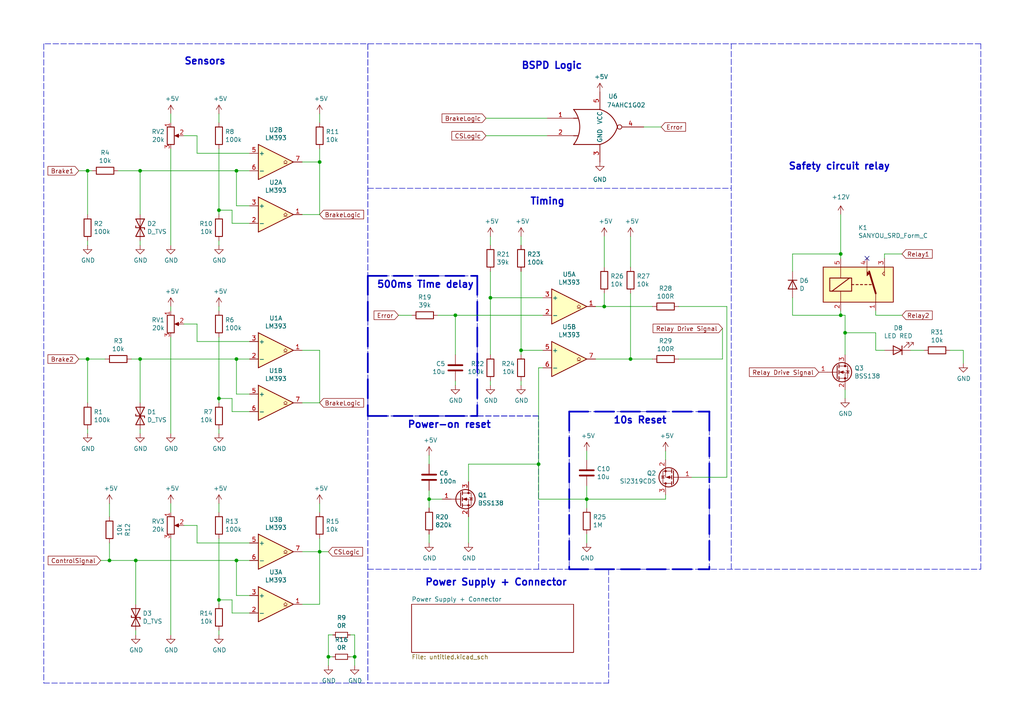
<source format=kicad_sch>
(kicad_sch (version 20231120) (generator "eeschema") (generator_version "8.0")
  (paper "A4")
  (title_block (title "BSPD") (date "2021.04.23") (rev "V3") (company "PUT Motorsport") (comment 1 "Jakub Drankiewicz"))
  (lib_symbols
    (symbol "74xGxx:74AHC1G02"
      (property "Reference" "U" (at -2.54 3.81 0))
      (property "Value" "74AHC1G02" (at 0 -3.81 0))
      (symbol "74AHC1G02_0_1"
        (arc (start -7.62 -5.08) (mid -5.838 0) (end -7.62 5.08) (stroke (width 0.254)))
        (arc (start 0 -5.08) (mid 3.1986 -3.2054) (end 5.08 0) (stroke (width 0.254)))
        (polyline (pts (xy -7.62 -2.54) (xy -6.35 -2.54)) (stroke (width 0.254)) (fill (type background)))
        (polyline (pts (xy -7.62 2.54) (xy -6.35 2.54)) (stroke (width 0.254)) (fill (type background)))
        (polyline (pts (xy 0 -5.08) (xy -7.62 -5.08)) (stroke (width 0.254)) (fill (type background)))
        (polyline (pts (xy 0 5.08) (xy -7.62 5.08)) (stroke (width 0.254)) (fill (type background)))
        (arc (start 5.08 0) (mid 3.2238 3.2304) (end 0 5.08) (stroke (width 0.254)))
      )
      (symbol "74AHC1G02_1_1"
        (pin input line (at -15.24 2.54 0) (length 7.62) (name "~") (number "1"))
        (pin input line (at -15.24 -2.54 0) (length 7.62) (name "~") (number "2"))
        (pin power_in line (at 0 -10.16 90) (length 5.08) (name "GND") (number "3"))
        (pin output inverted (at 12.7 0 180) (length 7.62) (name "~") (number "4"))
        (pin power_in line (at 0 10.16 270) (length 5.08) (name "VCC") (number "5"))
      )
    )
    (symbol "Comparator:LM393" (pin_names (offset 0.127))
      (property "Reference" "U" (at 3.81 3.81 0))
      (property "Value" "LM393" (at 6.35 -3.81 0))
      (symbol "LM393_1_1"
        (polyline (pts (xy -5.08 5.08) (xy 5.08 0) (xy -5.08 -5.08) (xy -5.08 5.08)) (stroke (width 0.254)) (fill (type background)))
        (polyline (pts (xy 3.302 -0.508) (xy 2.794 -0.508) (xy 3.302 0) (xy 2.794 0.508) (xy 2.286 0) (xy 2.794 -0.508) (xy 2.286 -0.508)) (stroke (width 0.127)))
        (pin open_collector line (at 7.62 0 180) (length 2.54) (name "~") (number "1"))
        (pin input line (at -7.62 -2.54 0) (length 2.54) (name "-") (number "2"))
        (pin input line (at -7.62 2.54 0) (length 2.54) (name "+") (number "3"))
      )
      (symbol "LM393_2_1"
        (polyline (pts (xy -5.08 5.08) (xy 5.08 0) (xy -5.08 -5.08) (xy -5.08 5.08)) (stroke (width 0.254)) (fill (type background)))
        (polyline (pts (xy 3.302 -0.508) (xy 2.794 -0.508) (xy 3.302 0) (xy 2.794 0.508) (xy 2.286 0) (xy 2.794 -0.508) (xy 2.286 -0.508)) (stroke (width 0.127)))
        (pin input line (at -7.62 2.54 0) (length 2.54) (name "+") (number "5"))
        (pin input line (at -7.62 -2.54 0) (length 2.54) (name "-") (number "6"))
        (pin open_collector line (at 7.62 0 180) (length 2.54) (name "~") (number "7"))
      )
      (symbol "LM393_3_1"
        (pin power_in line (at -2.54 -7.62 90) (length 3.81) (name "V-") (number "4"))
        (pin power_in line (at -2.54 7.62 270) (length 3.81) (name "V+") (number "8"))
      )
    )
    (symbol "Device:C" (pin_numbers hide) (pin_names (offset 0.254))
      (property "Reference" "C" (at 0.635 2.54 0))
      (property "Value" "C" (at 0.635 -2.54 0))
      (symbol "C_0_1"
        (polyline (pts (xy -2.032 -0.762) (xy 2.032 -0.762)) (stroke (width 0.508)))
        (polyline (pts (xy -2.032 0.762) (xy 2.032 0.762)) (stroke (width 0.508)))
      )
      (symbol "C_1_1"
        (pin passive line (at 0 3.81 270) (length 2.794) (name "~") (number "1"))
        (pin passive line (at 0 -3.81 90) (length 2.794) (name "~") (number "2"))
      )
    )
    (symbol "Device:D" (pin_numbers hide) (pin_names (offset 1.016) hide)
      (property "Reference" "D" (at 0 2.54 0))
      (property "Value" "D" (at 0 -2.54 0))
      (symbol "D_0_1"
        (polyline (pts (xy -1.27 1.27) (xy -1.27 -1.27)) (stroke (width 0.254)))
        (polyline (pts (xy 1.27 0) (xy -1.27 0)))
        (polyline (pts (xy 1.27 1.27) (xy 1.27 -1.27) (xy -1.27 0) (xy 1.27 1.27)) (stroke (width 0.254)))
      )
      (symbol "D_1_1"
        (pin passive line (at -3.81 0 0) (length 2.54) (name "K") (number "1"))
        (pin passive line (at 3.81 0 180) (length 2.54) (name "A") (number "2"))
      )
    )
    (symbol "Device:D_TVS" (pin_numbers hide) (pin_names (offset 1.016) hide)
      (property "Reference" "D" (at 0 2.54 0))
      (property "Value" "D_TVS" (at 0 -2.54 0))
      (symbol "D_TVS_0_1"
        (polyline (pts (xy 1.27 0) (xy -1.27 0)))
        (polyline (pts (xy 0.508 1.27) (xy 0 1.27) (xy 0 -1.27) (xy -0.508 -1.27)) (stroke (width 0.254)))
        (polyline (pts (xy -2.54 1.27) (xy -2.54 -1.27) (xy 2.54 1.27) (xy 2.54 -1.27) (xy -2.54 1.27)) (stroke (width 0.254)))
      )
      (symbol "D_TVS_1_1"
        (pin passive line (at -3.81 0 0) (length 2.54) (name "A1") (number "1"))
        (pin passive line (at 3.81 0 180) (length 2.54) (name "A2") (number "2"))
      )
    )
    (symbol "Device:LED" (pin_numbers hide) (pin_names (offset 1.016) hide)
      (property "Reference" "D" (at 0 2.54 0))
      (property "Value" "LED" (at 0 -2.54 0))
      (symbol "LED_0_1"
        (polyline (pts (xy -1.27 -1.27) (xy -1.27 1.27)) (stroke (width 0.254)))
        (polyline (pts (xy -1.27 0) (xy 1.27 0)))
        (polyline (pts (xy 1.27 -1.27) (xy 1.27 1.27) (xy -1.27 0) (xy 1.27 -1.27)) (stroke (width 0.254)))
        (polyline (pts (xy -3.048 -0.762) (xy -4.572 -2.286) (xy -3.81 -2.286) (xy -4.572 -2.286) (xy -4.572 -1.524)))
        (polyline (pts (xy -1.778 -0.762) (xy -3.302 -2.286) (xy -2.54 -2.286) (xy -3.302 -2.286) (xy -3.302 -1.524)))
      )
      (symbol "LED_1_1"
        (pin passive line (at -3.81 0 0) (length 2.54) (name "K") (number "1"))
        (pin passive line (at 3.81 0 180) (length 2.54) (name "A") (number "2"))
      )
    )
    (symbol "Device:R" (pin_numbers hide) (pin_names (offset 0))
      (property "Reference" "R" (at 2.032 0 90))
      (property "Value" "R" (at 0 0 90))
      (symbol "R_0_1"
        (rectangle (start -1.016 -2.54) (end 1.016 2.54) (stroke (width 0.254)))
      )
      (symbol "R_1_1"
        (pin passive line (at 0 3.81 270) (length 1.27) (name "~") (number "1"))
        (pin passive line (at 0 -3.81 90) (length 1.27) (name "~") (number "2"))
      )
    )
    (symbol "Device:R_POT" (pin_names (offset 1.016) hide)
      (property "Reference" "RV" (at -4.445 0 90))
      (property "Value" "Device_R_POT" (at -2.54 0 90))
      (symbol "R_POT_0_1"
        (polyline (pts (xy 2.54 0) (xy 1.524 0)))
        (polyline (pts (xy 1.143 0) (xy 2.286 0.508) (xy 2.286 -0.508) (xy 1.143 0)) (fill (type outline)))
        (rectangle (start 1.016 2.54) (end -1.016 -2.54) (stroke (width 0.254)))
      )
      (symbol "R_POT_1_1"
        (pin passive line (at 0 3.81 270) (length 1.27) (name "1") (number "1"))
        (pin passive line (at 3.81 0 180) (length 1.27) (name "2") (number "2"))
        (pin passive line (at 0 -3.81 90) (length 1.27) (name "3") (number "3"))
      )
    )
    (symbol "Device:R_Small" (pin_numbers hide) (pin_names (offset 0.254) hide)
      (property "Reference" "R" (at 0.762 0.508 0))
      (property "Value" "R_Small" (at 0.762 -1.016 0))
      (symbol "R_Small_0_1"
        (rectangle (start -0.762 1.778) (end 0.762 -1.778) (stroke (width 0.2032)))
      )
      (symbol "R_Small_1_1"
        (pin passive line (at 0 2.54 270) (length 0.762) (name "~") (number "1"))
        (pin passive line (at 0 -2.54 90) (length 0.762) (name "~") (number "2"))
      )
    )
    (symbol "Relay:SANYOU_SRD_Form_C"
      (property "Reference" "K" (at 11.43 3.81 0))
      (property "Value" "SANYOU_SRD_Form_C" (at 11.43 1.27 0))
      (symbol "SANYOU_SRD_Form_C_0_0"
        (polyline (pts (xy 7.62 5.08) (xy 7.62 2.54) (xy 6.985 3.175) (xy 7.62 3.81)))
      )
      (symbol "SANYOU_SRD_Form_C_0_1"
        (rectangle (start -10.16 5.08) (end 10.16 -5.08) (stroke (width 0.254)) (fill (type background)))
        (rectangle (start -8.255 1.905) (end -1.905 -1.905) (stroke (width 0.254)))
        (polyline (pts (xy -7.62 -1.905) (xy -2.54 1.905)) (stroke (width 0.254)))
        (polyline (pts (xy -5.08 -5.08) (xy -5.08 -1.905)))
        (polyline (pts (xy -5.08 5.08) (xy -5.08 1.905)))
        (polyline (pts (xy -1.905 0) (xy -1.27 0)) (stroke (width 0.254)))
        (polyline (pts (xy -0.635 0) (xy 0 0)) (stroke (width 0.254)))
        (polyline (pts (xy 0.635 0) (xy 1.27 0)) (stroke (width 0.254)))
        (polyline (pts (xy 1.905 0) (xy 2.54 0)) (stroke (width 0.254)))
        (polyline (pts (xy 3.175 0) (xy 3.81 0)) (stroke (width 0.254)))
        (polyline (pts (xy 5.08 -2.54) (xy 3.175 3.81)) (stroke (width 0.508)))
        (polyline (pts (xy 5.08 -2.54) (xy 5.08 -5.08)))
      )
      (symbol "SANYOU_SRD_Form_C_1_1"
        (polyline (pts (xy 2.54 3.81) (xy 3.175 3.175) (xy 2.54 2.54) (xy 2.54 5.08)) (fill (type outline)))
        (pin passive line (at 5.08 -7.62 90) (length 2.54) (name "~") (number "1"))
        (pin passive line (at -5.08 -7.62 90) (length 2.54) (name "~") (number "2"))
        (pin passive line (at 7.62 7.62 270) (length 2.54) (name "~") (number "3"))
        (pin passive line (at 2.54 7.62 270) (length 2.54) (name "~") (number "4"))
        (pin passive line (at -5.08 7.62 270) (length 2.54) (name "~") (number "5"))
      )
    )
    (symbol "Transistor_FET:BSS138" (pin_names hide)
      (property "Reference" "Q" (at 5.08 1.905 0))
      (property "Value" "BSS138" (at 5.08 0 0))
      (symbol "BSS138_0_1"
        (polyline (pts (xy 0.254 0) (xy -2.54 0)))
        (polyline (pts (xy 0.254 1.905) (xy 0.254 -1.905)) (stroke (width 0.254)))
        (polyline (pts (xy 0.762 -1.27) (xy 0.762 -2.286)) (stroke (width 0.254)))
        (polyline (pts (xy 0.762 0.508) (xy 0.762 -0.508)) (stroke (width 0.254)))
        (polyline (pts (xy 0.762 2.286) (xy 0.762 1.27)) (stroke (width 0.254)))
        (polyline (pts (xy 2.54 2.54) (xy 2.54 1.778)))
        (polyline (pts (xy 2.54 -2.54) (xy 2.54 0) (xy 0.762 0)))
        (polyline (pts (xy 0.762 -1.778) (xy 3.302 -1.778) (xy 3.302 1.778) (xy 0.762 1.778)))
        (polyline (pts (xy 1.016 0) (xy 2.032 0.381) (xy 2.032 -0.381) (xy 1.016 0)) (fill (type outline)))
        (polyline (pts (xy 2.794 0.508) (xy 2.921 0.381) (xy 3.683 0.381) (xy 3.81 0.254)))
        (polyline (pts (xy 3.302 0.381) (xy 2.921 -0.254) (xy 3.683 -0.254) (xy 3.302 0.381)))
        (circle (center 1.651 0) (radius 2.794) (stroke (width 0.254)))
        (circle (center 2.54 -1.778) (radius 0.254) (fill (type outline)))
        (circle (center 2.54 1.778) (radius 0.254) (fill (type outline)))
      )
      (symbol "BSS138_1_1"
        (pin input line (at -5.08 0 0) (length 2.54) (name "G") (number "1"))
        (pin passive line (at 2.54 -5.08 90) (length 2.54) (name "S") (number "2"))
        (pin passive line (at 2.54 5.08 270) (length 2.54) (name "D") (number "3"))
      )
    )
    (symbol "Transistor_FET:Si2319CDS" (pin_names hide)
      (property "Reference" "Q" (at 5.08 1.905 0))
      (property "Value" "Si2319CDS" (at 5.08 0 0))
      (symbol "Si2319CDS_0_1"
        (polyline (pts (xy 0.254 0) (xy -2.54 0)))
        (polyline (pts (xy 0.254 1.905) (xy 0.254 -1.905)) (stroke (width 0.254)))
        (polyline (pts (xy 0.762 -1.27) (xy 0.762 -2.286)) (stroke (width 0.254)))
        (polyline (pts (xy 0.762 0.508) (xy 0.762 -0.508)) (stroke (width 0.254)))
        (polyline (pts (xy 0.762 2.286) (xy 0.762 1.27)) (stroke (width 0.254)))
        (polyline (pts (xy 2.54 2.54) (xy 2.54 1.778)))
        (polyline (pts (xy 2.54 -2.54) (xy 2.54 0) (xy 0.762 0)))
        (polyline (pts (xy 0.762 1.778) (xy 3.302 1.778) (xy 3.302 -1.778) (xy 0.762 -1.778)))
        (polyline (pts (xy 2.286 0) (xy 1.27 0.381) (xy 1.27 -0.381) (xy 2.286 0)) (fill (type outline)))
        (polyline (pts (xy 2.794 -0.508) (xy 2.921 -0.381) (xy 3.683 -0.381) (xy 3.81 -0.254)))
        (polyline (pts (xy 3.302 -0.381) (xy 2.921 0.254) (xy 3.683 0.254) (xy 3.302 -0.381)))
        (circle (center 1.651 0) (radius 2.794) (stroke (width 0.254)))
        (circle (center 2.54 -1.778) (radius 0.254) (fill (type outline)))
        (circle (center 2.54 1.778) (radius 0.254) (fill (type outline)))
      )
      (symbol "Si2319CDS_1_1"
        (pin input line (at -5.08 0 0) (length 2.54) (name "G") (number "1"))
        (pin passive line (at 2.54 -5.08 90) (length 2.54) (name "S") (number "2"))
        (pin passive line (at 2.54 5.08 270) (length 2.54) (name "D") (number "3"))
      )
    )
    (symbol "power:+12V" (power) (pin_numbers hide) (pin_names (offset 0) hide)
      (property "Value" "+12V" (at 0 3.556 0))
      (symbol "+12V_0_1"
        (polyline (pts (xy -0.762 1.27) (xy 0 2.54)))
        (polyline (pts (xy 0 0) (xy 0 2.54)))
        (polyline (pts (xy 0 2.54) (xy 0.762 1.27)))
      )
      (symbol "+12V_1_1"
        (pin power_in line (at 0 0 90) (length 0) (name "~") (number "1"))
      )
    )
    (symbol "power:+5V" (power) (pin_names (offset 0))
      (property "Value" "+5V" (at 0 3.556 0))
      (symbol "+5V_0_1"
        (polyline (pts (xy -0.762 1.27) (xy 0 2.54)))
        (polyline (pts (xy 0 0) (xy 0 2.54)))
        (polyline (pts (xy 0 2.54) (xy 0.762 1.27)))
      )
      (symbol "+5V_1_1"
        (pin power_in line (at 0 0 90) (length 0) hide (name "+5V") (number "1"))
      )
    )
    (symbol "power:GND" (power) (pin_names (offset 0))
      (property "Value" "GND" (at 0 -3.81 0))
      (symbol "GND_0_1"
        (polyline (pts (xy 0 0) (xy 0 -1.27) (xy 1.27 -1.27) (xy 0 -2.54) (xy -1.27 -1.27) (xy 0 -1.27)))
      )
      (symbol "GND_1_1"
        (pin power_in line (at 0 0 270) (length 0) hide (name "GND") (number "1"))
      )
    )
  )
  (junction (at 170.18 144.78))
  (junction (at 243.84 91.44))
  (junction (at 68.58 104.14))
  (junction (at 142.24 86.36))
  (junction (at 25.4 104.14))
  (junction (at 102.87 190.5))
  (junction (at 124.46 144.78))
  (junction (at 243.84 73.66))
  (junction (at 40.64 104.14))
  (junction (at 40.64 49.53))
  (junction (at 25.4 49.53))
  (junction (at 156.21 134.62))
  (junction (at 92.71 160.02))
  (junction (at 39.37 162.56))
  (junction (at 92.71 46.99))
  (junction (at 63.5 115.57))
  (junction (at 95.25 190.5))
  (junction (at 68.58 49.53))
  (junction (at 245.11 96.52))
  (junction (at 83.82 -25.4))
  (junction (at 182.88 104.14))
  (junction (at 83.82 -7.62))
  (junction (at 175.26 88.9))
  (junction (at 132.08 91.44))
  (junction (at 151.13 101.6))
  (junction (at 68.58 162.56))
  (junction (at 63.5 173.99))
  (junction (at 63.5 60.96))
  (junction (at 31.75 162.56))
  (no_connect (at 251.46 74.93))
  (wire (pts (xy 57.15 93.98) (xy 57.15 99.06)))
  (wire (pts (xy 95.25 160.02) (xy 92.71 160.02)))
  (wire (pts (xy 254 96.52) (xy 245.11 96.52)))
  (wire (pts (xy 83.82 -25.4) (xy 74.93 -25.4)))
  (wire (pts (xy 245.11 91.44) (xy 243.84 91.44)))
  (wire (pts (xy 67.31 64.77) (xy 67.31 60.96)))
  (wire (pts (xy 170.18 130.81) (xy 170.18 133.35)))
  (wire (pts (xy 151.13 101.6) (xy 157.48 101.6)))
  (wire (pts (xy 25.4 49.53) (xy 25.4 62.23)))
  (wire (pts (xy 151.13 101.6) (xy 151.13 102.87)))
  (wire (pts (xy 40.64 62.23) (xy 40.64 49.53)))
  (wire (pts (xy 156.21 106.68) (xy 156.21 134.62)))
  (wire (pts (xy 102.87 184.15) (xy 102.87 190.5)))
  (wire (pts (xy 140.97 34.29) (xy 158.75 34.29)))
  (wire (pts (xy 170.18 144.78) (xy 170.18 140.97)))
  (polyline (pts (xy 284.48 165.1) (xy 284.48 12.7)) (stroke (width 0) (type dash)))
  (wire (pts (xy 25.4 104.14) (xy 30.48 104.14)))
  (wire (pts (xy 68.58 104.14) (xy 72.39 104.14)))
  (polyline (pts (xy 165.1 119.38) (xy 165.1 165.1)) (stroke (width 0) (type dash)))
  (wire (pts (xy 142.24 68.58) (xy 142.24 71.12)))
  (wire (pts (xy 34.29 49.53) (xy 40.64 49.53)))
  (polyline (pts (xy 205.74 119.38) (xy 205.74 165.1)) (stroke (width 0.5) (type dash)))
  (wire (pts (xy 87.63 160.02) (xy 92.71 160.02)))
  (wire (pts (xy 92.71 175.26) (xy 92.71 160.02)))
  (wire (pts (xy 135.89 134.62) (xy 156.21 134.62)))
  (wire (pts (xy 92.71 160.02) (xy 92.71 156.21)))
  (wire (pts (xy 49.53 156.21) (xy 49.53 184.15)))
  (wire (pts (xy 172.72 104.14) (xy 182.88 104.14)))
  (wire (pts (xy 72.39 59.69) (xy 68.58 59.69)))
  (wire (pts (xy 63.5 60.96) (xy 63.5 62.23)))
  (wire (pts (xy 68.58 104.14) (xy 68.58 114.3)))
  (polyline (pts (xy 205.74 119.38) (xy 165.1 119.38)) (stroke (width 0) (type dash)))
  (wire (pts (xy 72.39 114.3) (xy 68.58 114.3)))
  (wire (pts (xy 142.24 86.36) (xy 157.48 86.36)))
  (wire (pts (xy 229.87 78.74) (xy 229.87 73.66)))
  (wire (pts (xy 254 91.44) (xy 254 90.17)))
  (wire (pts (xy 256.54 73.66) (xy 261.62 73.66)))
  (wire (pts (xy 63.5 43.18) (xy 63.5 60.96)))
  (wire (pts (xy 92.71 33.02) (xy 92.71 35.56)))
  (polyline (pts (xy 205.74 165.1) (xy 205.74 119.38)) (stroke (width 0) (type dash)))
  (wire (pts (xy 124.46 134.62) (xy 124.46 132.08)))
  (wire (pts (xy 245.11 102.87) (xy 245.11 96.52)))
  (wire (pts (xy 175.26 88.9) (xy 175.26 85.09)))
  (wire (pts (xy 254 101.6) (xy 254 96.52)))
  (wire (pts (xy 25.4 49.53) (xy 22.86 49.53)))
  (wire (pts (xy 87.63 175.26) (xy 92.71 175.26)))
  (wire (pts (xy 172.72 88.9) (xy 175.26 88.9)))
  (wire (pts (xy 132.08 91.44) (xy 157.48 91.44)))
  (wire (pts (xy 193.04 133.35) (xy 193.04 130.81)))
  (wire (pts (xy 83.82 -7.62) (xy 83.82 -8.89)))
  (wire (pts (xy 67.31 115.57) (xy 63.5 115.57)))
  (polyline (pts (xy 165.1 165.1) (xy 205.74 165.1)) (stroke (width 0.5) (type dash)))
  (wire (pts (xy 175.26 88.9) (xy 189.23 88.9)))
  (wire (pts (xy 186.69 36.83) (xy 191.77 36.83)))
  (polyline (pts (xy 106.68 165.1) (xy 176.53 165.1)) (stroke (width 0) (type dash)))
  (wire (pts (xy 196.85 88.9) (xy 210.82 88.9)))
  (wire (pts (xy 39.37 162.56) (xy 68.58 162.56)))
  (wire (pts (xy 39.37 175.26) (xy 39.37 162.56)))
  (wire (pts (xy 68.58 162.56) (xy 68.58 172.72)))
  (wire (pts (xy 279.4 101.6) (xy 275.59 101.6)))
  (wire (pts (xy 25.4 125.73) (xy 25.4 124.46)))
  (wire (pts (xy 38.1 104.14) (xy 40.64 104.14)))
  (wire (pts (xy 49.53 88.9) (xy 49.53 90.17)))
  (wire (pts (xy 40.64 116.84) (xy 40.64 104.14)))
  (wire (pts (xy 87.63 62.23) (xy 92.71 62.23)))
  (wire (pts (xy 72.39 177.8) (xy 67.31 177.8)))
  (wire (pts (xy 72.39 172.72) (xy 68.58 172.72)))
  (wire (pts (xy 92.71 146.05) (xy 92.71 148.59)))
  (wire (pts (xy 182.88 104.14) (xy 189.23 104.14)))
  (wire (pts (xy 53.34 152.4) (xy 57.15 152.4)))
  (wire (pts (xy 124.46 157.48) (xy 124.46 154.94)))
  (wire (pts (xy 95.25 184.15) (xy 95.25 190.5)))
  (wire (pts (xy 151.13 71.12) (xy 151.13 68.58)))
  (wire (pts (xy 127 91.44) (xy 132.08 91.44)))
  (wire (pts (xy 29.21 162.56) (xy 31.75 162.56)))
  (wire (pts (xy 182.88 85.09) (xy 182.88 104.14)))
  (wire (pts (xy 142.24 110.49) (xy 142.24 111.76)))
  (wire (pts (xy 40.64 71.12) (xy 40.64 69.85)))
  (wire (pts (xy 92.71 46.99) (xy 92.71 43.18)))
  (wire (pts (xy 49.53 146.05) (xy 49.53 148.59)))
  (wire (pts (xy 40.64 49.53) (xy 68.58 49.53)))
  (wire (pts (xy 124.46 147.32) (xy 124.46 144.78)))
  (wire (pts (xy 132.08 111.76) (xy 132.08 110.49)))
  (wire (pts (xy 67.31 119.38) (xy 67.31 115.57)))
  (wire (pts (xy 256.54 73.66) (xy 256.54 74.93)))
  (wire (pts (xy 193.04 143.51) (xy 193.04 144.78)))
  (wire (pts (xy 229.87 86.36) (xy 229.87 91.44)))
  (wire (pts (xy 63.5 97.79) (xy 63.5 115.57)))
  (wire (pts (xy 245.11 115.57) (xy 245.11 113.03)))
  (polyline (pts (xy 156.21 120.65) (xy 106.68 120.65)) (stroke (width 0) (type dash)))
  (wire (pts (xy 140.97 39.37) (xy 158.75 39.37)))
  (wire (pts (xy 193.04 144.78) (xy 170.18 144.78)))
  (wire (pts (xy 67.31 60.96) (xy 63.5 60.96)))
  (wire (pts (xy 151.13 78.74) (xy 151.13 101.6)))
  (wire (pts (xy 63.5 90.17) (xy 63.5 88.9)))
  (polyline (pts (xy 176.53 165.1) (xy 284.48 165.1)) (stroke (width 0) (type dash)))
  (polyline (pts (xy 165.1 119.38) (xy 165.1 165.1)) (stroke (width 0.5) (type dash)))
  (wire (pts (xy 25.4 104.14) (xy 22.86 104.14)))
  (polyline (pts (xy 106.68 120.65) (xy 138.43 120.65)) (stroke (width 0.5) (type dash)))
  (wire (pts (xy 267.97 101.6) (xy 264.16 101.6)))
  (wire (pts (xy 72.39 119.38) (xy 67.31 119.38)))
  (polyline (pts (xy 12.7 198.12) (xy 176.53 198.12)) (stroke (width 0) (type dash)))
  (polyline (pts (xy 176.53 165.1) (xy 176.53 198.12)) (stroke (width 0) (type dash)))
  (wire (pts (xy 142.24 78.74) (xy 142.24 86.36)))
  (wire (pts (xy 63.5 125.73) (xy 63.5 124.46)))
  (polyline (pts (xy 12.7 12.7) (xy 12.7 198.12)) (stroke (width 0) (type dash)))
  (polyline (pts (xy 138.43 80.01) (xy 138.43 120.65)) (stroke (width 0) (type dash)))
  (wire (pts (xy 57.15 44.45) (xy 72.39 44.45)))
  (wire (pts (xy 279.4 105.41) (xy 279.4 101.6)))
  (wire (pts (xy 124.46 144.78) (xy 124.46 142.24)))
  (wire (pts (xy 101.6 190.5) (xy 102.87 190.5)))
  (wire (pts (xy 245.11 96.52) (xy 245.11 91.44)))
  (wire (pts (xy 243.84 91.44) (xy 243.84 90.17)))
  (polyline (pts (xy 165.1 119.38) (xy 205.74 119.38)) (stroke (width 0.5) (type dash)))
  (wire (pts (xy 67.31 177.8) (xy 67.31 173.99)))
  (wire (pts (xy 83.82 -25.4) (xy 83.82 -24.13)))
  (wire (pts (xy 40.64 104.14) (xy 68.58 104.14)))
  (wire (pts (xy 170.18 147.32) (xy 170.18 144.78)))
  (wire (pts (xy 115.57 91.44) (xy 119.38 91.44)))
  (polyline (pts (xy 156.21 120.65) (xy 106.68 120.65)) (stroke (width 0) (type dash)))
  (wire (pts (xy 87.63 101.6) (xy 92.71 101.6)))
  (wire (pts (xy 254 101.6) (xy 256.54 101.6)))
  (wire (pts (xy 72.39 64.77) (xy 67.31 64.77)))
  (polyline (pts (xy 106.68 12.7) (xy 106.68 198.12)) (stroke (width 0) (type dash)))
  (polyline (pts (xy 106.68 80.01) (xy 138.43 80.01)) (stroke (width 0) (type dash)))
  (wire (pts (xy 170.18 157.48) (xy 170.18 154.94)))
  (wire (pts (xy 25.4 71.12) (xy 25.4 69.85)))
  (wire (pts (xy 63.5 115.57) (xy 63.5 116.84)))
  (wire (pts (xy 74.93 -25.4) (xy 74.93 -20.32)))
  (wire (pts (xy 74.93 -7.62) (xy 83.82 -7.62)))
  (wire (pts (xy 87.63 116.84) (xy 92.71 116.84)))
  (wire (pts (xy 96.52 190.5) (xy 95.25 190.5)))
  (polyline (pts (xy 212.09 165.1) (xy 212.09 12.7)) (stroke (width 0) (type dash)))
  (wire (pts (xy 68.58 162.56) (xy 72.39 162.56)))
  (wire (pts (xy 243.84 73.66) (xy 243.84 62.23)))
  (wire (pts (xy 25.4 49.53) (xy 26.67 49.53)))
  (wire (pts (xy 229.87 91.44) (xy 243.84 91.44)))
  (wire (pts (xy 83.82 -26.67) (xy 83.82 -25.4)))
  (wire (pts (xy 57.15 39.37) (xy 57.15 44.45)))
  (wire (pts (xy 135.89 157.48) (xy 135.89 149.86)))
  (wire (pts (xy 49.53 43.18) (xy 49.53 71.12)))
  (wire (pts (xy 151.13 111.76) (xy 151.13 110.49)))
  (wire (pts (xy 68.58 49.53) (xy 72.39 49.53)))
  (wire (pts (xy 101.6 184.15) (xy 102.87 184.15)))
  (wire (pts (xy 243.84 74.93) (xy 243.84 73.66)))
  (wire (pts (xy 39.37 184.15) (xy 39.37 182.88)))
  (wire (pts (xy 132.08 102.87) (xy 132.08 91.44)))
  (wire (pts (xy 209.55 95.25) (xy 209.55 104.14)))
  (wire (pts (xy 63.5 173.99) (xy 63.5 175.26)))
  (wire (pts (xy 53.34 39.37) (xy 57.15 39.37)))
  (wire (pts (xy 87.63 46.99) (xy 92.71 46.99)))
  (polyline (pts (xy 284.48 12.7) (xy 12.7 12.7)) (stroke (width 0) (type dash)))
  (wire (pts (xy 31.75 162.56) (xy 31.75 157.48)))
  (wire (pts (xy 63.5 71.12) (xy 63.5 69.85)))
  (wire (pts (xy 175.26 68.58) (xy 175.26 77.47)))
  (wire (pts (xy 135.89 139.7) (xy 135.89 134.62)))
  (polyline (pts (xy 138.43 80.01) (xy 138.43 120.65)) (stroke (width 0.5) (type dash)))
  (polyline (pts (xy 106.68 80.01) (xy 106.68 120.65)) (stroke (width 0.5) (type dash)))
  (wire (pts (xy 57.15 99.06) (xy 72.39 99.06)))
  (wire (pts (xy 83.82 -6.35) (xy 83.82 -7.62)))
  (polyline (pts (xy 106.68 12.7) (xy 106.68 198.12)) (stroke (width 0) (type dash)))
  (wire (pts (xy 102.87 190.5) (xy 102.87 193.04)))
  (wire (pts (xy 210.82 88.9) (xy 210.82 138.43)))
  (wire (pts (xy 63.5 35.56) (xy 63.5 33.02)))
  (wire (pts (xy 196.85 104.14) (xy 209.55 104.14)))
  (wire (pts (xy 182.88 77.47) (xy 182.88 68.58)))
  (wire (pts (xy 63.5 148.59) (xy 63.5 146.05)))
  (wire (pts (xy 57.15 157.48) (xy 72.39 157.48)))
  (wire (pts (xy 92.71 116.84) (xy 92.71 101.6)))
  (wire (pts (xy 40.64 125.73) (xy 40.64 124.46)))
  (wire (pts (xy 49.53 97.79) (xy 49.53 125.73)))
  (polyline (pts (xy 106.68 80.01) (xy 138.43 80.01)) (stroke (width 0.5) (type dash)))
  (wire (pts (xy 96.52 184.15) (xy 95.25 184.15)))
  (polyline (pts (xy 156.21 165.1) (xy 156.21 120.65)) (stroke (width 0) (type dash)))
  (wire (pts (xy 31.75 162.56) (xy 39.37 162.56)))
  (wire (pts (xy 31.75 146.05) (xy 31.75 149.86)))
  (wire (pts (xy 157.48 106.68) (xy 156.21 106.68)))
  (wire (pts (xy 57.15 152.4) (xy 57.15 157.48)))
  (wire (pts (xy 67.31 173.99) (xy 63.5 173.99)))
  (wire (pts (xy 254 91.44) (xy 261.62 91.44)))
  (polyline (pts (xy 106.68 54.61) (xy 212.09 54.61)) (stroke (width 0) (type dash)))
  (wire (pts (xy 156.21 144.78) (xy 170.18 144.78)))
  (wire (pts (xy 63.5 156.21) (xy 63.5 173.99)))
  (wire (pts (xy 74.93 -12.7) (xy 74.93 -7.62)))
  (wire (pts (xy 156.21 134.62) (xy 156.21 144.78)))
  (wire (pts (xy 95.25 190.5) (xy 95.25 193.04)))
  (wire (pts (xy 92.71 62.23) (xy 92.71 46.99)))
  (wire (pts (xy 63.5 184.15) (xy 63.5 182.88)))
  (wire (pts (xy 128.27 144.78) (xy 124.46 144.78)))
  (wire (pts (xy 53.34 93.98) (xy 57.15 93.98)))
  (wire (pts (xy 210.82 138.43) (xy 200.66 138.43)))
  (wire (pts (xy 49.53 33.02) (xy 49.53 35.56)))
  (wire (pts (xy 229.87 73.66) (xy 243.84 73.66)))
  (wire (pts (xy 142.24 86.36) (xy 142.24 102.87)))
  (wire (pts (xy 68.58 49.53) (xy 68.58 59.69)))
  (wire (pts (xy 25.4 104.14) (xy 25.4 116.84)))
  (text "Power-on reset" (at 118.11 124.46 0) (effects (font (size 2 2) (thickness 0.4) (bold yes)) (justify left bottom)))
  (text "Sensors" (at 53.34 19.05 0) (effects (font (size 2 2) (thickness 0.4) (bold yes)) (justify left bottom)))
  (text "Safety circuit relay" (at 228.6 49.53 0) (effects (font (size 2 2) (thickness 0.4) (bold yes)) (justify left bottom)))
  (text "Power Supply + Connector" (at 123.19 170.18 0) (effects (font (size 2 2) (thickness 0.4) (bold yes)) (justify left bottom)))
  (text "BSPD Logic" (at 151.13 20.32 0) (effects (font (size 2 2) (thickness 0.4) (bold yes)) (justify left bottom)))
  (text "10s Reset" (at 177.8 123.19 0) (effects (font (size 2 2) (thickness 0.4) (bold yes)) (justify left bottom)))
  (text "500ms Time delay" (at 109.22 83.82 0) (effects (font (size 2 2) (thickness 0.4) (bold yes)) (justify left bottom)))
  (text "Timing" (at 153.67 59.69 0) (effects (font (size 2 2) (thickness 0.4) (bold yes)) (justify left bottom)))
  (global_label "Brake2" (shape input) (at 22.86 104.14 180) (property "Intersheetrefs" "${INTERSHEET_REFS}" (effects (hide yes))))
  (global_label "BrakeLogic" (shape input) (at 140.97 34.29 180) (property "Intersheetrefs" "${INTERSHEET_REFS}" (effects (hide yes))))
  (global_label "Relay Drive Signal" (shape input) (at 209.55 95.25 180) (property "Intersheetrefs" "${INTERSHEET_REFS}" (effects (hide yes))))
  (global_label "Relay2" (shape input) (at 261.62 91.44 0) (property "Intersheetrefs" "${INTERSHEET_REFS}" (effects (hide yes))))
  (global_label "BrakeLogic" (shape input) (at 92.71 62.23 0) (property "Intersheetrefs" "${INTERSHEET_REFS}" (effects (hide yes))))
  (global_label "Brake1" (shape input) (at 22.86 49.53 180) (property "Intersheetrefs" "${INTERSHEET_REFS}" (effects (hide yes))))
  (global_label "Error" (shape input) (at 191.77 36.83 0) (property "Intersheetrefs" "${INTERSHEET_REFS}" (effects (hide yes))))
  (global_label "Relay1" (shape input) (at 261.62 73.66 0) (property "Intersheetrefs" "${INTERSHEET_REFS}" (effects (hide yes))))
  (global_label "CSLogic" (shape input) (at 95.25 160.02 0) (property "Intersheetrefs" "${INTERSHEET_REFS}" (effects (hide yes))))
  (global_label "Relay Drive Signal" (shape input) (at 237.49 107.95 180) (property "Intersheetrefs" "${INTERSHEET_REFS}" (effects (hide yes))))
  (global_label "Error" (shape input) (at 115.57 91.44 180) (property "Intersheetrefs" "${INTERSHEET_REFS}" (effects (hide yes))))
  (global_label "BrakeLogic" (shape input) (at 92.71 116.84 0) (property "Intersheetrefs" "${INTERSHEET_REFS}" (effects (hide yes))))
  (global_label "CSLogic" (shape input) (at 140.97 39.37 180) (property "Intersheetrefs" "${INTERSHEET_REFS}" (effects (hide yes))))
  (global_label "ControlSignal" (shape input) (at 29.21 162.56 180) (property "Intersheetrefs" "${INTERSHEET_REFS}" (effects (hide yes))))
  (symbol (lib_id "Device:LED") (at 260.35 101.6 180) (unit 1)
    (property "Reference" "D8" (at 260.5278 95.123 0))
    (property "Value" "LED RED" (at 260.5278 97.4344 0))
    (property "Footprint" "LED_SMD:LED_PLCC-2" (effects (hide yes)))
  )
  (symbol (lib_id "Device:R") (at 271.78 101.6 270) (unit 1)
    (property "Reference" "R31" (at 271.78 96.3422 90))
    (property "Value" "10k" (at 271.78 98.6536 90))
    (property "Footprint" "Resistor_SMD:R_1206_3216Metric" (effects (hide yes)))
  )
  (symbol (lib_id "power:GND") (at 279.4 105.41 0) (unit 1)
    (property "Reference" "#PWR0150" (effects (hide yes)))
    (property "Value" "GND" (at 279.527 109.8042 0))
  )
  (symbol (lib_id "Device:D") (at 229.87 82.55 270) (unit 1)
    (property "Reference" "D6" (at 231.8766 81.3816 90) (effects (justify left)))
    (property "Value" "D" (at 231.8766 83.693 90) (effects (justify left)))
    (property "Footprint" "Diode_SMD:D_SMB" (effects (hide yes)))
  )
  (symbol (lib_id "Comparator:LM393") (at 165.1 88.9 0) (unit 1)
    (property "Reference" "U5" (at 165.1 79.5782 0))
    (property "Value" "LM393" (at 165.1 81.8896 0))
    (property "Footprint" "Package_SO:SOIC-8_3.9x4.9mm_P1.27mm" (effects (hide yes)))
    (property "Datasheet" "http://www.ti.com/lit/ds/symlink/lm393-n.pdf" (effects (hide yes)))
  )
  (symbol (lib_id "Comparator:LM393") (at 165.1 104.14 0) (unit 2)
    (property "Reference" "U5" (at 165.1 94.8182 0))
    (property "Value" "LM393" (at 165.1 97.1296 0))
    (property "Footprint" "Package_SO:SOIC-8_3.9x4.9mm_P1.27mm" (effects (hide yes)))
    (property "Datasheet" "http://www.ti.com/lit/ds/symlink/lm393-n.pdf" (effects (hide yes)))
  )
  (symbol (lib_id "Device:R") (at 175.26 81.28 0) (unit 1)
    (property "Reference" "R26" (at 177.038 80.1116 0) (effects (justify left)))
    (property "Value" "10k" (at 177.038 82.423 0) (effects (justify left)))
    (property "Footprint" "Resistor_SMD:R_1206_3216Metric" (effects (hide yes)))
  )
  (symbol (lib_id "Device:R") (at 151.13 74.93 0) (unit 1)
    (property "Reference" "R23" (at 152.908 73.7616 0) (effects (justify left)))
    (property "Value" "100k" (at 152.908 76.073 0) (effects (justify left)))
    (property "Footprint" "Resistor_SMD:R_1206_3216Metric" (effects (hide yes)))
  )
  (symbol (lib_id "Device:R") (at 151.13 106.68 0) (mirror y) (unit 1)
    (property "Reference" "R24" (at 149.352 105.5116 0) (effects (justify left)))
    (property "Value" "10k" (at 149.352 107.823 0) (effects (justify left)))
    (property "Footprint" "Resistor_SMD:R_1206_3216Metric" (effects (hide yes)))
  )
  (symbol (lib_id "Device:R") (at 123.19 91.44 270) (unit 1)
    (property "Reference" "R19" (at 123.19 86.1822 90))
    (property "Value" "39k" (at 123.19 88.4936 90))
    (property "Footprint" "Resistor_SMD:R_1206_3216Metric" (effects (hide yes)))
  )
  (symbol (lib_id "power:+5V") (at 142.24 68.58 0) (unit 1)
    (property "Reference" "#PWR0128" (effects (hide yes)))
    (property "Value" "+5V" (at 142.621 64.1858 0))
  )
  (symbol (lib_id "power:+5V") (at 151.13 68.58 0) (unit 1)
    (property "Reference" "#PWR0129" (effects (hide yes)))
    (property "Value" "+5V" (at 151.511 64.1858 0))
  )
  (symbol (lib_id "power:+5V") (at 175.26 68.58 0) (unit 1)
    (property "Reference" "#PWR0130" (effects (hide yes)))
    (property "Value" "+5V" (at 175.641 64.1858 0))
  )
  (symbol (lib_id "Device:R") (at 142.24 106.68 0) (mirror y) (unit 1)
    (property "Reference" "R22" (at 140.462 105.5116 0) (effects (justify left)))
    (property "Value" "100k" (at 140.462 107.823 0) (effects (justify left)))
    (property "Footprint" "Resistor_SMD:R_1206_3216Metric" (effects (hide yes)))
  )
  (symbol (lib_id "power:GND") (at 151.13 111.76 0) (unit 1)
    (property "Reference" "#PWR0131" (effects (hide yes)))
    (property "Value" "GND" (at 151.257 116.1542 0))
  )
  (symbol (lib_id "power:GND") (at 142.24 111.76 0) (unit 1)
    (property "Reference" "#PWR0132" (effects (hide yes)))
    (property "Value" "GND" (at 142.367 116.1542 0))
  )
  (symbol (lib_id "power:GND") (at 132.08 111.76 0) (unit 1)
    (property "Reference" "#PWR0133" (effects (hide yes)))
    (property "Value" "GND" (at 132.207 116.1542 0))
  )
  (symbol (lib_id "Device:R") (at 142.24 74.93 0) (unit 1)
    (property "Reference" "R21" (at 144.018 73.7616 0) (effects (justify left)))
    (property "Value" "39k" (at 144.018 76.073 0) (effects (justify left)))
    (property "Footprint" "Resistor_SMD:R_1206_3216Metric" (effects (hide yes)))
  )
  (symbol (lib_id "Device:C") (at 132.08 106.68 0) (mirror y) (unit 1)
    (property "Reference" "C5" (at 129.159 105.5116 0) (effects (justify left)))
    (property "Value" "10u" (at 129.159 107.823 0) (effects (justify left)))
    (property "Footprint" "Capacitor_SMD:C_1206_3216Metric" (effects (hide yes)))
  )
  (symbol (lib_id "Device:R") (at 182.88 81.28 0) (unit 1)
    (property "Reference" "R27" (at 184.658 80.1116 0) (effects (justify left)))
    (property "Value" "10k" (at 184.658 82.423 0) (effects (justify left)))
    (property "Footprint" "Resistor_SMD:R_1206_3216Metric" (effects (hide yes)))
  )
  (symbol (lib_id "power:+5V") (at 182.88 68.58 0) (unit 1)
    (property "Reference" "#PWR0134" (effects (hide yes)))
    (property "Value" "+5V" (at 183.261 64.1858 0))
  )
  (symbol (lib_id "Device:R") (at 193.04 88.9 270) (unit 1)
    (property "Reference" "R28" (at 193.04 83.6422 90))
    (property "Value" "100R" (at 193.04 85.9536 90))
    (property "Footprint" "Resistor_SMD:R_1206_3216Metric" (effects (hide yes)))
  )
  (symbol (lib_id "Device:R") (at 193.04 104.14 270) (unit 1)
    (property "Reference" "R29" (at 193.04 98.8822 90))
    (property "Value" "100R" (at 193.04 101.1936 90))
    (property "Footprint" "Resistor_SMD:R_1206_3216Metric" (effects (hide yes)))
  )
  (symbol (lib_id "Transistor_FET:BSS138") (at 133.35 144.78 0) (unit 1)
    (property "Reference" "Q1" (at 138.5824 143.6116 0) (effects (justify left)))
    (property "Value" "BSS138" (at 138.5824 145.923 0) (effects (justify left)))
    (property "Footprint" "Package_TO_SOT_SMD:SOT-23" (effects (hide yes)))
    (property "Datasheet" "https://www.fairchildsemi.com/datasheets/BS/BSS138.pdf" (effects (hide yes)))
  )
  (symbol (lib_id "Transistor_FET:Si2319CDS") (at 195.58 138.43 180) (unit 1)
    (property "Reference" "Q2" (at 190.3476 137.2616 0) (effects (justify left)))
    (property "Value" "Si2319CDS" (at 190.3476 139.573 0) (effects (justify left)))
    (property "Footprint" "Package_TO_SOT_SMD:SOT-23" (effects (hide yes)))
    (property "Datasheet" "http://www.vishay.com/docs/66709/si2319cd.pdf" (effects (hide yes)))
  )
  (symbol (lib_id "power:+5V") (at 193.04 130.81 0) (unit 1)
    (property "Reference" "#PWR0135" (effects (hide yes)))
    (property "Value" "+5V" (at 193.421 126.4158 0))
  )
  (symbol (lib_id "power:+5V") (at 124.46 132.08 0) (unit 1)
    (property "Reference" "#PWR0136" (effects (hide yes)))
    (property "Value" "+5V" (at 124.841 127.6858 0))
  )
  (symbol (lib_id "Device:C") (at 124.46 138.43 0) (unit 1)
    (property "Reference" "C6" (at 127.381 137.2616 0) (effects (justify left)))
    (property "Value" "100n" (at 127.381 139.573 0) (effects (justify left)))
    (property "Footprint" "Capacitor_SMD:C_1206_3216Metric" (effects (hide yes)))
  )
  (symbol (lib_id "Device:R") (at 124.46 151.13 0) (unit 1)
    (property "Reference" "R20" (at 126.238 149.9616 0) (effects (justify left)))
    (property "Value" "820k" (at 126.238 152.273 0) (effects (justify left)))
    (property "Footprint" "Resistor_SMD:R_1206_3216Metric" (effects (hide yes)))
  )
  (symbol (lib_id "power:GND") (at 124.46 157.48 0) (unit 1)
    (property "Reference" "#PWR0137" (effects (hide yes)))
    (property "Value" "GND" (at 124.587 161.8742 0))
  )
  (symbol (lib_id "power:GND") (at 135.89 157.48 0) (unit 1)
    (property "Reference" "#PWR0138" (effects (hide yes)))
    (property "Value" "GND" (at 136.017 161.8742 0))
  )
  (symbol (lib_id "power:+5V") (at 170.18 130.81 0) (unit 1)
    (property "Reference" "#PWR0139" (effects (hide yes)))
    (property "Value" "+5V" (at 170.561 126.4158 0))
  )
  (symbol (lib_id "Device:C") (at 170.18 137.16 0) (unit 1)
    (property "Reference" "C10" (at 173.101 135.9916 0) (effects (justify left)))
    (property "Value" "10u" (at 173.101 138.303 0) (effects (justify left)))
    (property "Footprint" "Capacitor_SMD:C_1206_3216Metric" (effects (hide yes)))
  )
  (symbol (lib_id "Device:R") (at 170.18 151.13 0) (unit 1)
    (property "Reference" "R25" (at 171.958 149.9616 0) (effects (justify left)))
    (property "Value" "1M" (at 171.958 152.273 0) (effects (justify left)))
    (property "Footprint" "Resistor_SMD:R_1206_3216Metric" (effects (hide yes)))
  )
  (symbol (lib_id "power:GND") (at 170.18 157.48 0) (unit 1)
    (property "Reference" "#PWR0140" (effects (hide yes)))
    (property "Value" "GND" (at 170.307 161.8742 0))
  )
  (symbol (lib_id "Transistor_FET:BSS138") (at 242.57 107.95 0) (unit 1)
    (property "Reference" "Q3" (at 247.8024 106.7816 0) (effects (justify left)))
    (property "Value" "BSS138" (at 247.8024 109.093 0) (effects (justify left)))
    (property "Footprint" "Package_TO_SOT_SMD:SOT-23" (effects (hide yes)))
    (property "Datasheet" "https://www.fairchildsemi.com/datasheets/BS/BSS138.pdf" (effects (hide yes)))
  )
  (symbol (lib_id "power:GND") (at 245.11 115.57 0) (unit 1)
    (property "Reference" "#PWR0141" (effects (hide yes)))
    (property "Value" "GND" (at 245.237 119.9642 0))
  )
  (symbol (lib_id "Relay:SANYOU_SRD_Form_C") (at 248.92 82.55 0) (unit 1)
    (property "Reference" "K1" (at 248.92 66.04 0) (effects (justify left)))
    (property "Value" "SANYOU_SRD_Form_C" (at 248.92 68.3514 0) (effects (justify left)))
    (property "Footprint" "Relay_THT:Relay_SPDT_SANYOU_SRD_Series_Form_C" (effects (hide yes)))
    (property "Datasheet" "http://www.sanyourelay.ca/public/products/pdf/SRD.pdf" (effects (hide yes)))
  )
  (symbol (lib_id "Comparator:LM393") (at 86.36 -16.51 0) (unit 3)
    (property "Reference" "U5" (at 85.2932 -17.6784 0) (effects (justify left)))
    (property "Value" "LM393" (at 85.2932 -15.367 0) (effects (justify left)))
    (property "Footprint" "Package_SO:SOIC-8_3.9x4.9mm_P1.27mm" (effects (hide yes)))
    (property "Datasheet" "http://www.ti.com/lit/ds/symlink/lm393-n.pdf" (effects (hide yes)))
  )
  (symbol (lib_id "power:+5V") (at 83.82 -26.67 0) (unit 1)
    (property "Reference" "#PWR0148" (effects (hide yes)))
    (property "Value" "+5V" (at 84.201 -31.0642 0))
  )
  (symbol (lib_id "power:GND") (at 83.82 -6.35 0) (unit 1)
    (property "Reference" "#PWR0149" (effects (hide yes)))
    (property "Value" "GND" (at 83.947 -1.9558 0))
  )
  (symbol (lib_id "Device:C") (at 74.93 -16.51 0) (unit 1)
    (property "Reference" "C11" (at 77.851 -17.6784 0) (effects (justify left)))
    (property "Value" "100n" (at 77.851 -15.367 0) (effects (justify left)))
    (property "Footprint" "Capacitor_SMD:C_1206_3216Metric" (effects (hide yes)))
  )
  (symbol (lib_id "Device:R") (at 63.5 152.4 0) (unit 1)
    (property "Reference" "R13" (at 65.278 151.2316 0) (effects (justify left)))
    (property "Value" "100k" (at 65.278 153.543 0) (effects (justify left)))
    (property "Footprint" "Resistor_SMD:R_1206_3216Metric" (effects (hide yes)))
  )
  (symbol (lib_id "Device:R") (at 25.4 66.04 0) (unit 1)
    (property "Reference" "R2" (at 27.178 64.8716 0) (effects (justify left)))
    (property "Value" "100k" (at 27.178 67.183 0) (effects (justify left)))
    (property "Footprint" "Resistor_SMD:R_1206_3216Metric" (effects (hide yes)))
  )
  (symbol (lib_id "Comparator:LM393") (at 80.01 160.02 0) (unit 2)
    (property "Reference" "U3" (at 80.01 150.6982 0))
    (property "Value" "LM393" (at 80.01 153.0096 0))
    (property "Footprint" "Package_SO:SOIC-8_3.9x4.9mm_P1.27mm" (effects (hide yes)))
    (property "Datasheet" "http://www.ti.com/lit/ds/symlink/lm393-n.pdf" (effects (hide yes)))
  )
  (symbol (lib_id "Device:R") (at 31.75 153.67 180) (unit 1)
    (property "Reference" "R12" (at 37.0078 153.67 90))
    (property "Value" "10k" (at 34.6964 153.67 90))
    (property "Footprint" "Resistor_SMD:R_1206_3216Metric" (effects (hide yes)))
  )
  (symbol (lib_id "power:+5V") (at 49.53 88.9 0) (unit 1)
    (property "Reference" "#PWR05" (effects (hide yes)))
    (property "Value" "+5V" (at 49.911 84.5058 0))
  )
  (symbol (lib_id "Device:R") (at 92.71 152.4 0) (unit 1)
    (property "Reference" "R15" (at 94.488 151.2316 0) (effects (justify left)))
    (property "Value" "10k" (at 94.488 153.543 0) (effects (justify left)))
    (property "Footprint" "Resistor_SMD:R_1206_3216Metric" (effects (hide yes)))
  )
  (symbol (lib_id "power:GND") (at 63.5 184.15 0) (unit 1)
    (property "Reference" "#PWR027" (effects (hide yes)))
    (property "Value" "GND" (at 63.627 188.5442 0))
  )
  (symbol (lib_id "Device:D_TVS") (at 40.64 66.04 270) (unit 1)
    (property "Reference" "D2" (at 42.6466 64.8716 90) (effects (justify left)))
    (property "Value" "D_TVS" (at 42.6466 67.183 90) (effects (justify left)))
    (property "Footprint" "Diode_SMD:D_SMB" (effects (hide yes)))
  )
  (symbol (lib_id "power:+5V") (at 31.75 146.05 0) (unit 1)
    (property "Reference" "#PWR022" (effects (hide yes)))
    (property "Value" "+5V" (at 32.131 141.6558 0))
  )
  (symbol (lib_id "power:GND") (at 63.5 125.73 0) (unit 1)
    (property "Reference" "#PWR011" (effects (hide yes)))
    (property "Value" "GND" (at 63.627 130.1242 0))
  )
  (symbol (lib_id "Comparator:LM393") (at 80.01 101.6 0) (unit 1)
    (property "Reference" "U1" (at 80.01 92.2782 0))
    (property "Value" "LM393" (at 80.01 94.5896 0))
    (property "Footprint" "Package_SO:SOIC-8_3.9x4.9mm_P1.27mm" (effects (hide yes)))
    (property "Datasheet" "http://www.ti.com/lit/ds/symlink/lm393.pdf" (effects (hide yes)))
  )
  (symbol (lib_id "Device:R") (at 92.71 39.37 0) (unit 1)
    (property "Reference" "R11" (at 94.488 38.2016 0) (effects (justify left)))
    (property "Value" "10k" (at 94.488 40.513 0) (effects (justify left)))
    (property "Footprint" "Resistor_SMD:R_1206_3216Metric" (effects (hide yes)))
  )
  (symbol (lib_id "74xGxx:74AHC1G02") (at 173.99 36.83 0) (unit 1)
    (property "Reference" "U6" (at 177.8 27.94 0))
    (property "Value" "74AHC1G02" (at 181.61 30.48 0))
    (property "Footprint" "Package_TO_SOT_SMD:SOT-353_SC-70-5" (effects (hide yes)))
    (property "Datasheet" "http://www.ti.com/lit/sg/scyt129e/scyt129e.pdf" (effects (hide yes)))
  )
  (symbol (lib_id "Device:R") (at 63.5 66.04 0) (mirror y) (unit 1)
    (property "Reference" "R10" (at 61.722 64.8716 0) (effects (justify left)))
    (property "Value" "10k" (at 61.722 67.183 0) (effects (justify left)))
    (property "Footprint" "Resistor_SMD:R_1206_3216Metric" (effects (hide yes)))
  )
  (symbol (lib_id "Comparator:LM393") (at 80.01 46.99 0) (unit 2)
    (property "Reference" "U2" (at 80.01 37.6682 0))
    (property "Value" "LM393" (at 80.01 39.9796 0))
    (property "Footprint" "Package_SO:SOIC-8_3.9x4.9mm_P1.27mm" (effects (hide yes)))
    (property "Datasheet" "http://www.ti.com/lit/ds/symlink/lm393-n.pdf" (effects (hide yes)))
  )
  (symbol (lib_id "Device:R") (at 34.29 104.14 270) (unit 1)
    (property "Reference" "R3" (at 34.29 98.8822 90))
    (property "Value" "10k" (at 34.29 101.1936 90))
    (property "Footprint" "Resistor_SMD:R_1206_3216Metric" (effects (hide yes)))
  )
  (symbol (lib_id "Device:D_TVS") (at 39.37 179.07 270) (unit 1)
    (property "Reference" "D3" (at 41.3766 177.9016 90) (effects (justify left)))
    (property "Value" "D_TVS" (at 41.3766 180.213 90) (effects (justify left)))
    (property "Footprint" "Diode_SMD:D_SMB" (effects (hide yes)))
  )
  (symbol (lib_id "Comparator:LM393") (at 80.01 175.26 0) (unit 1)
    (property "Reference" "U3" (at 80.01 165.9382 0))
    (property "Value" "LM393" (at 80.01 168.2496 0))
    (property "Footprint" "Package_SO:SOIC-8_3.9x4.9mm_P1.27mm" (effects (hide yes)))
    (property "Datasheet" "http://www.ti.com/lit/ds/symlink/lm393-n.pdf" (effects (hide yes)))
  )
  (symbol (lib_id "power:+5V") (at 63.5 146.05 0) (unit 1)
    (property "Reference" "#PWR026" (effects (hide yes)))
    (property "Value" "+5V" (at 63.881 141.6558 0))
  )
  (symbol (lib_id "power:+5V") (at 49.53 33.02 0) (unit 1)
    (property "Reference" "#PWR07" (effects (hide yes)))
    (property "Value" "+5V" (at 49.911 28.6258 0))
  )
  (symbol (lib_id "Device:R") (at 63.5 39.37 0) (unit 1)
    (property "Reference" "R8" (at 65.278 38.2016 0) (effects (justify left)))
    (property "Value" "100k" (at 65.278 40.513 0) (effects (justify left)))
    (property "Footprint" "Resistor_SMD:R_1206_3216Metric" (effects (hide yes)))
  )
  (symbol (lib_id "Device:R") (at 63.5 179.07 0) (mirror y) (unit 1)
    (property "Reference" "R14" (at 61.722 177.9016 0) (effects (justify left)))
    (property "Value" "10k" (at 61.722 180.213 0) (effects (justify left)))
    (property "Footprint" "Resistor_SMD:R_1206_3216Metric" (effects (hide yes)))
  )
  (symbol (lib_id "power:GND") (at 39.37 184.15 0) (unit 1)
    (property "Reference" "#PWR023" (effects (hide yes)))
    (property "Value" "GND" (at 39.497 188.5442 0))
  )
  (symbol (lib_id "power:GND") (at 63.5 71.12 0) (unit 1)
    (property "Reference" "#PWR014" (effects (hide yes)))
    (property "Value" "GND" (at 63.627 75.5142 0))
  )
  (symbol (lib_id "Comparator:LM393") (at 80.01 62.23 0) (unit 1)
    (property "Reference" "U2" (at 80.01 52.9082 0))
    (property "Value" "LM393" (at 80.01 55.2196 0))
    (property "Footprint" "Package_SO:SOIC-8_3.9x4.9mm_P1.27mm" (effects (hide yes)))
    (property "Datasheet" "http://www.ti.com/lit/ds/symlink/lm393-n.pdf" (effects (hide yes)))
  )
  (symbol (lib_id "Device:R_Small") (at 99.06 190.5 270) (unit 1)
    (property "Reference" "R16" (at 99.06 185.5216 90))
    (property "Value" "0R" (at 99.06 187.833 90))
    (property "Footprint" "Resistor_SMD:R_1206_3216Metric" (effects (hide yes)))
  )
  (symbol (lib_id "power:GND") (at 40.64 125.73 0) (unit 1)
    (property "Reference" "#PWR03" (effects (hide yes)))
    (property "Value" "GND" (at 40.767 130.1242 0))
  )
  (symbol (lib_id "Device:R") (at 63.5 93.98 0) (unit 1)
    (property "Reference" "R6" (at 65.278 92.8116 0) (effects (justify left)))
    (property "Value" "100k" (at 65.278 95.123 0) (effects (justify left)))
    (property "Footprint" "Resistor_SMD:R_1206_3216Metric" (effects (hide yes)))
  )
  (symbol (lib_id "power:GND") (at 49.53 184.15 0) (unit 1)
    (property "Reference" "#PWR025" (effects (hide yes)))
    (property "Value" "GND" (at 49.657 188.5442 0))
  )
  (symbol (lib_id "power:GND") (at 25.4 71.12 0) (unit 1)
    (property "Reference" "#PWR02" (effects (hide yes)))
    (property "Value" "GND" (at 25.527 75.5142 0))
  )
  (symbol (lib_id "power:GND") (at 40.64 71.12 0) (unit 1)
    (property "Reference" "#PWR04" (effects (hide yes)))
    (property "Value" "GND" (at 40.767 75.5142 0))
  )
  (symbol (lib_id "power:GND") (at 102.87 193.04 0) (unit 1)
    (property "Reference" "#PWR034" (effects (hide yes)))
    (property "Value" "GND" (at 102.997 197.4342 0))
  )
  (symbol (lib_id "power:+5V") (at 173.99 26.67 0) (unit 1)
    (property "Reference" "#PWR028" (effects (hide yes)))
    (property "Value" "+5V" (at 174.371 22.2758 0))
  )
  (symbol (lib_id "Device:R_Small") (at 99.06 184.15 270) (unit 1)
    (property "Reference" "R9" (at 99.06 179.1716 90))
    (property "Value" "0R" (at 99.06 181.483 90))
    (property "Footprint" "Resistor_SMD:R_1206_3216Metric" (effects (hide yes)))
  )
  (symbol (lib_id "Device:R") (at 30.48 49.53 270) (unit 1)
    (property "Reference" "R4" (at 30.48 44.2722 90))
    (property "Value" "10k" (at 30.48 46.5836 90))
    (property "Footprint" "Resistor_SMD:R_1206_3216Metric" (effects (hide yes)))
  )
  (symbol (lib_id "Device:D_TVS") (at 40.64 120.65 270) (unit 1)
    (property "Reference" "D1" (at 42.6466 119.4816 90) (effects (justify left)))
    (property "Value" "D_TVS" (at 42.6466 121.793 90) (effects (justify left)))
    (property "Footprint" "Diode_SMD:D_SMB" (effects (hide yes)))
  )
  (symbol (lib_id "power:+5V") (at 63.5 88.9 0) (unit 1)
    (property "Reference" "#PWR010" (effects (hide yes)))
    (property "Value" "+5V" (at 63.881 84.5058 0))
  )
  (symbol (lib_id "power:+5V") (at 49.53 146.05 0) (unit 1)
    (property "Reference" "#PWR024" (effects (hide yes)))
    (property "Value" "+5V" (at 49.911 141.6558 0))
  )
  (symbol (lib_id "power:GND") (at 25.4 125.73 0) (unit 1)
    (property "Reference" "#PWR01" (effects (hide yes)))
    (property "Value" "GND" (at 25.527 130.1242 0))
  )
  (symbol (lib_id "Comparator:LM393") (at 80.01 116.84 0) (unit 2)
    (property "Reference" "U1" (at 80.01 107.5182 0))
    (property "Value" "LM393" (at 80.01 109.8296 0))
    (property "Footprint" "Package_SO:SOIC-8_3.9x4.9mm_P1.27mm" (effects (hide yes)))
    (property "Datasheet" "http://www.ti.com/lit/ds/symlink/lm393.pdf" (effects (hide yes)))
  )
  (symbol (lib_id "power:GND") (at 49.53 71.12 0) (unit 1)
    (property "Reference" "#PWR08" (effects (hide yes)))
    (property "Value" "GND" (at 49.657 75.5142 0))
  )
  (symbol (lib_id "power:GND") (at 49.53 125.73 0) (unit 1)
    (property "Reference" "#PWR06" (effects (hide yes)))
    (property "Value" "GND" (at 49.657 130.1242 0))
  )
  (symbol (lib_id "power:GND") (at 95.25 193.04 0) (unit 1)
    (property "Reference" "#PWR033" (effects (hide yes)))
    (property "Value" "GND" (at 95.377 197.4342 0))
  )
  (symbol (lib_id "Device:R") (at 63.5 120.65 0) (mirror y) (unit 1)
    (property "Reference" "R7" (at 61.722 119.4816 0) (effects (justify left)))
    (property "Value" "10k" (at 61.722 121.793 0) (effects (justify left)))
    (property "Footprint" "Resistor_SMD:R_1206_3216Metric" (effects (hide yes)))
  )
  (symbol (lib_id "power:+5V") (at 63.5 33.02 0) (unit 1)
    (property "Reference" "#PWR013" (effects (hide yes)))
    (property "Value" "+5V" (at 63.881 28.6258 0))
  )
  (symbol (lib_id "power:+12V") (at 243.84 62.23 0) (unit 1)
    (property "Reference" "#PWR037" (effects (hide yes)))
    (property "Value" "+12V" (at 243.84 57.15 0))
    (property "Description" "Power symbol creates a global label with name \"+12V\"" (effects (hide yes)))
  )
  (symbol (lib_id "Device:R_POT") (at 49.53 93.98 0) (unit 1)
    (property "Reference" "RV1" (at 47.752 92.8116 0) (effects (justify right)))
    (property "Value" "20k" (at 47.752 95.123 0) (effects (justify right)))
    (property "Footprint" "Potentiometer_THT:Potentiometer_ACP_CA9-H2,5_Horizontal" (effects (hide yes)))
  )
  (symbol (lib_id "Device:R_POT") (at 49.53 39.37 0) (unit 1)
    (property "Reference" "RV2" (at 47.752 38.2016 0) (effects (justify right)))
    (property "Value" "20k" (at 47.752 40.513 0) (effects (justify right)))
    (property "Footprint" "Potentiometer_THT:Potentiometer_ACP_CA9-H2,5_Horizontal" (effects (hide yes)))
  )
  (symbol (lib_id "power:+5V") (at 92.71 33.02 0) (unit 1)
    (property "Reference" "#PWR015" (effects (hide yes)))
    (property "Value" "+5V" (at 93.091 28.6258 0))
  )
  (symbol (lib_id "Device:R") (at 25.4 120.65 0) (unit 1)
    (property "Reference" "R1" (at 27.178 119.4816 0) (effects (justify left)))
    (property "Value" "100k" (at 27.178 121.793 0) (effects (justify left)))
    (property "Footprint" "Resistor_SMD:R_1206_3216Metric" (effects (hide yes)))
  )
  (symbol (lib_id "Device:R_POT") (at 49.53 152.4 0) (unit 1)
    (property "Reference" "RV3" (at 47.752 151.2316 0) (effects (justify right)))
    (property "Value" "20k" (at 47.752 153.543 0) (effects (justify right)))
    (property "Footprint" "Potentiometer_THT:Potentiometer_ACP_CA9-H2,5_Horizontal" (effects (hide yes)))
  )
  (symbol (lib_id "power:GND") (at 173.99 46.99 0) (unit 1)
    (property "Reference" "#PWR029" (effects (hide yes)))
    (property "Value" "GND" (at 173.99 52.07 0))
  )
  (symbol (lib_id "power:+5V") (at 92.71 146.05 0) (unit 1)
    (property "Reference" "#PWR030" (effects (hide yes)))
    (property "Value" "+5V" (at 93.091 141.6558 0))
  )
  (sheet (at 119.38 175.26) (size 46.99 13.97) (stroke (width 0.1524))
    (property "Sheetname" "Power Supply + Connector" (at 119.38 174.5484 0) (effects (justify left bottom)))
    (property "Sheetfile" "untitled.kicad_sch" (at 119.38 189.8146 0) (effects (justify left top)))
  )
)
</source>
